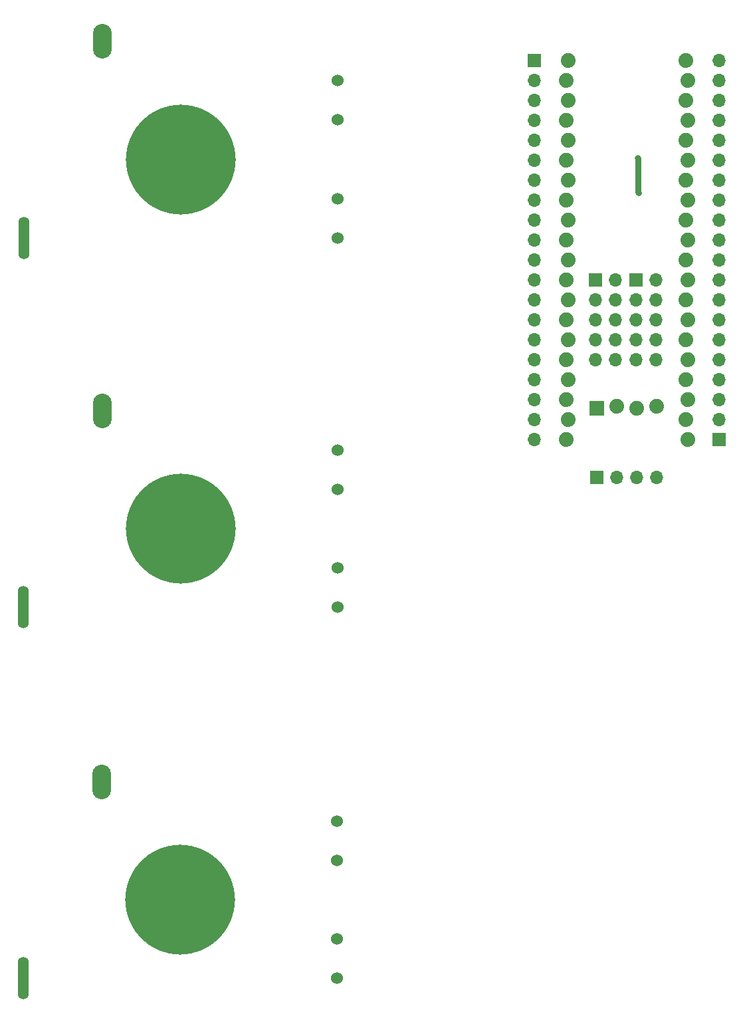
<source format=gbr>
%TF.GenerationSoftware,KiCad,Pcbnew,(6.0.4-0)*%
%TF.CreationDate,2022-06-27T16:54:40+01:00*%
%TF.ProjectId,isoBig,69736f42-6967-42e6-9b69-6361645f7063,rev?*%
%TF.SameCoordinates,Original*%
%TF.FileFunction,Copper,L2,Bot*%
%TF.FilePolarity,Positive*%
%FSLAX46Y46*%
G04 Gerber Fmt 4.6, Leading zero omitted, Abs format (unit mm)*
G04 Created by KiCad (PCBNEW (6.0.4-0)) date 2022-06-27 16:54:40*
%MOMM*%
%LPD*%
G01*
G04 APERTURE LIST*
%TA.AperFunction,ComponentPad*%
%ADD10C,1.879600*%
%TD*%
%TA.AperFunction,ComponentPad*%
%ADD11R,1.879600X1.879600*%
%TD*%
%TA.AperFunction,ComponentPad*%
%ADD12R,1.700000X1.700000*%
%TD*%
%TA.AperFunction,ComponentPad*%
%ADD13O,1.700000X1.700000*%
%TD*%
%TA.AperFunction,ComponentPad*%
%ADD14C,14.000000*%
%TD*%
%TA.AperFunction,ComponentPad*%
%ADD15O,2.400000X4.400000*%
%TD*%
%TA.AperFunction,ComponentPad*%
%ADD16O,1.400000X5.400000*%
%TD*%
%TA.AperFunction,ComponentPad*%
%ADD17C,1.524000*%
%TD*%
%TA.AperFunction,ViaPad*%
%ADD18C,0.800000*%
%TD*%
%TA.AperFunction,Conductor*%
%ADD19C,0.750000*%
%TD*%
G04 APERTURE END LIST*
D10*
%TO.P, ,1,PB12*%
%TO.N,1*%
X128532000Y-44000000D03*
%TO.P, ,2,PB13*%
%TO.N,2*%
X128278000Y-46540000D03*
%TO.P, ,3,PB14*%
%TO.N,3*%
X128532000Y-49080000D03*
%TO.P, ,4,PB15*%
%TO.N,4*%
X128278000Y-51620000D03*
%TO.P, ,5,PA8*%
%TO.N,5*%
X128532000Y-54160000D03*
%TO.P, ,6,PA9*%
%TO.N,6*%
X128278000Y-56700000D03*
%TO.P, ,7,PA10*%
%TO.N,7*%
X128532000Y-59240000D03*
%TO.P, ,8,PA11*%
%TO.N,8*%
X128278000Y-61780000D03*
%TO.P, ,9,PA12*%
%TO.N,9*%
X128532000Y-64320000D03*
%TO.P, ,10,PA15*%
%TO.N,10*%
X128278000Y-66860000D03*
%TO.P, ,11,PB3*%
%TO.N,11*%
X128532000Y-69400000D03*
%TO.P, ,12,PB4*%
%TO.N,12*%
X128278000Y-71940000D03*
%TO.P, ,13,PB5*%
%TO.N,13*%
X128532000Y-74480000D03*
%TO.P, ,14,PB6*%
%TO.N,14*%
X128278000Y-77020000D03*
%TO.P, ,15,PB7*%
%TO.N,15*%
X128532000Y-79560000D03*
%TO.P, ,16,PB8*%
%TO.N,16*%
X128278000Y-82100000D03*
%TO.P, ,17,PB9*%
%TO.N,17*%
X128532000Y-84640000D03*
%TO.P, ,18,5V*%
%TO.N,18*%
X128278000Y-87180000D03*
%TO.P, ,19,GND*%
%TO.N,19*%
X128532000Y-89720000D03*
%TO.P, ,20,3V3*%
%TO.N,20*%
X128278000Y-92260000D03*
%TO.P, ,21,VBAT*%
%TO.N,21*%
X143772000Y-92260000D03*
%TO.P, ,22,PC13*%
%TO.N,22*%
X143518000Y-89720000D03*
%TO.P, ,23,PC14*%
%TO.N,23*%
X143772000Y-87180000D03*
%TO.P, ,24,PC15*%
%TO.N,24*%
X143518000Y-84640000D03*
%TO.P, ,25,~{RESET}*%
%TO.N,25*%
X143772000Y-82100000D03*
%TO.P, ,26,PA0*%
%TO.N,26*%
X143518000Y-79560000D03*
%TO.P, ,27,PA1*%
%TO.N,27*%
X143772000Y-77020000D03*
%TO.P, ,28,PA2*%
%TO.N,28*%
X143518000Y-74480000D03*
%TO.P, ,29,PA3*%
%TO.N,29*%
X143772000Y-71940000D03*
%TO.P, ,30,PA4*%
%TO.N,30*%
X143518000Y-69400000D03*
%TO.P, ,31,PA5*%
%TO.N,31*%
X143772000Y-66860000D03*
%TO.P, ,32,PA6*%
%TO.N,32*%
X143518000Y-64320000D03*
%TO.P, ,33,PA7*%
%TO.N,33*%
X143772000Y-61780000D03*
%TO.P, ,34,PB0*%
%TO.N,34*%
X143518000Y-59240000D03*
%TO.P, ,35,PB1*%
%TO.N,35*%
X143772000Y-56700000D03*
%TO.P, ,36,PB2*%
%TO.N,36*%
X143518000Y-54160000D03*
%TO.P, ,37,PB10*%
%TO.N,37*%
X143772000Y-51620000D03*
%TO.P, ,38,3V3*%
%TO.N,38*%
X143518000Y-49080000D03*
%TO.P, ,39,GND*%
%TO.N,39*%
X143772000Y-46540000D03*
%TO.P, ,40,5V*%
%TO.N,40*%
X143518000Y-44000000D03*
D11*
%TO.P, ,41,3.3V*%
%TO.N,41*%
X132215000Y-88277000D03*
D10*
%TO.P, ,42,SWDIO*%
%TO.N,42*%
X134755000Y-88023000D03*
%TO.P, ,43,SWSCK*%
%TO.N,43*%
X137295000Y-88277000D03*
%TO.P, ,44,GND*%
%TO.N,44*%
X139835000Y-88023000D03*
%TD*%
D12*
%TO.P,J1,1,Pin_1*%
%TO.N,21*%
X147775000Y-92250000D03*
D13*
%TO.P,J1,2,Pin_2*%
%TO.N,22*%
X147775000Y-89710000D03*
%TO.P,J1,3,Pin_3*%
%TO.N,23*%
X147775000Y-87170000D03*
%TO.P,J1,4,Pin_4*%
%TO.N,24*%
X147775000Y-84630000D03*
%TO.P,J1,5,Pin_5*%
%TO.N,25*%
X147775000Y-82090000D03*
%TO.P,J1,6,Pin_6*%
%TO.N,26*%
X147775000Y-79550000D03*
%TO.P,J1,7,Pin_7*%
%TO.N,27*%
X147775000Y-77010000D03*
%TO.P,J1,8,Pin_8*%
%TO.N,28*%
X147775000Y-74470000D03*
%TO.P,J1,9,Pin_9*%
%TO.N,29*%
X147775000Y-71930000D03*
%TO.P,J1,10,Pin_10*%
%TO.N,30*%
X147775000Y-69390000D03*
%TO.P,J1,11,Pin_11*%
%TO.N,31*%
X147775000Y-66850000D03*
%TO.P,J1,12,Pin_12*%
%TO.N,32*%
X147775000Y-64310000D03*
%TO.P,J1,13,Pin_13*%
%TO.N,33*%
X147775000Y-61770000D03*
%TO.P,J1,14,Pin_14*%
%TO.N,34*%
X147775000Y-59230000D03*
%TO.P,J1,15,Pin_15*%
%TO.N,35*%
X147775000Y-56690000D03*
%TO.P,J1,16,Pin_16*%
%TO.N,36*%
X147775000Y-54150000D03*
%TO.P,J1,17,Pin_17*%
%TO.N,37*%
X147775000Y-51610000D03*
%TO.P,J1,18,Pin_18*%
%TO.N,38*%
X147775000Y-49070000D03*
%TO.P,J1,19,Pin_19*%
%TO.N,39*%
X147775000Y-46530000D03*
%TO.P,J1,20,Pin_20*%
%TO.N,40*%
X147775000Y-43990000D03*
%TD*%
D12*
%TO.P,J3,1,Pin_1*%
%TO.N,1*%
X124225000Y-44000000D03*
D13*
%TO.P,J3,2,Pin_2*%
%TO.N,2*%
X124225000Y-46540000D03*
%TO.P,J3,3,Pin_3*%
%TO.N,3*%
X124225000Y-49080000D03*
%TO.P,J3,4,Pin_4*%
%TO.N,4*%
X124225000Y-51620000D03*
%TO.P,J3,5,Pin_5*%
%TO.N,5*%
X124225000Y-54160000D03*
%TO.P,J3,6,Pin_6*%
%TO.N,6*%
X124225000Y-56700000D03*
%TO.P,J3,7,Pin_7*%
%TO.N,7*%
X124225000Y-59240000D03*
%TO.P,J3,8,Pin_8*%
%TO.N,8*%
X124225000Y-61780000D03*
%TO.P,J3,9,Pin_9*%
%TO.N,9*%
X124225000Y-64320000D03*
%TO.P,J3,10,Pin_10*%
%TO.N,10*%
X124225000Y-66860000D03*
%TO.P,J3,11,Pin_11*%
%TO.N,11*%
X124225000Y-69400000D03*
%TO.P,J3,12,Pin_12*%
%TO.N,12*%
X124225000Y-71940000D03*
%TO.P,J3,13,Pin_13*%
%TO.N,13*%
X124225000Y-74480000D03*
%TO.P,J3,14,Pin_14*%
%TO.N,14*%
X124225000Y-77020000D03*
%TO.P,J3,15,Pin_15*%
%TO.N,15*%
X124225000Y-79560000D03*
%TO.P,J3,16,Pin_16*%
%TO.N,16*%
X124225000Y-82100000D03*
%TO.P,J3,17,Pin_17*%
%TO.N,17*%
X124225000Y-84640000D03*
%TO.P,J3,18,Pin_18*%
%TO.N,18*%
X124225000Y-87180000D03*
%TO.P,J3,19,Pin_19*%
%TO.N,19*%
X124225000Y-89720000D03*
%TO.P,J3,20,Pin_20*%
%TO.N,20*%
X124225000Y-92260000D03*
%TD*%
D12*
%TO.P,J2,1,Pin_1*%
%TO.N,41*%
X132210000Y-97100000D03*
D13*
%TO.P,J2,2,Pin_2*%
%TO.N,42*%
X134750000Y-97100000D03*
%TO.P,J2,3,Pin_3*%
%TO.N,43*%
X137290000Y-97100000D03*
%TO.P,J2,4,Pin_4*%
%TO.N,44*%
X139830000Y-97100000D03*
%TD*%
D12*
%TO.P,  ,1*%
%TO.N,N/C*%
X137200000Y-71950000D03*
D13*
%TO.P,  ,2*%
X139740000Y-71950000D03*
%TO.P,  ,3*%
X137200000Y-74490000D03*
%TO.P,  ,4*%
X139740000Y-74490000D03*
%TO.P,  ,5*%
X137200000Y-77030000D03*
%TO.P,  ,6*%
X139740000Y-77030000D03*
%TO.P,  ,7*%
X137200000Y-79570000D03*
%TO.P,  ,8*%
X139740000Y-79570000D03*
%TO.P,  ,9*%
X137200000Y-82110000D03*
%TO.P,  ,10*%
X139740000Y-82110000D03*
%TD*%
D12*
%TO.P, ,1*%
%TO.N,N/C*%
X132050000Y-71950000D03*
D13*
%TO.P, ,2*%
X134590000Y-71950000D03*
%TO.P, ,3*%
X132050000Y-74490000D03*
%TO.P, ,4*%
X134590000Y-74490000D03*
%TO.P, ,5*%
X132050000Y-77030000D03*
%TO.P, ,6*%
X134590000Y-77030000D03*
%TO.P, ,7*%
X132050000Y-79570000D03*
%TO.P, ,8*%
X134590000Y-79570000D03*
%TO.P, ,9*%
X132050000Y-82110000D03*
%TO.P, ,10*%
X134590000Y-82110000D03*
%TD*%
D14*
%TO.P, ,*%
%TO.N,*%
X79175000Y-103650000D03*
D15*
%TO.P, ,1,1*%
%TO.N,Net-(JP2-Pad1)*%
X69175000Y-88650000D03*
D16*
%TO.P, ,2,2*%
%TO.N,Net-(SW3-Pad2)*%
X59175000Y-113650000D03*
D17*
%TO.P, ,4*%
%TO.N,N/C*%
X99175000Y-113650000D03*
%TO.P, ,5*%
X99175000Y-108650000D03*
%TO.P, ,6*%
X99175000Y-98650000D03*
%TO.P, ,7*%
X99175000Y-93650000D03*
%TD*%
D14*
%TO.P, ,*%
%TO.N,*%
X79200000Y-56600000D03*
D15*
%TO.P, ,1,1*%
%TO.N,Net-(JP2-Pad1)*%
X69200000Y-41600000D03*
D16*
%TO.P, ,2,2*%
%TO.N,Net-(SW3-Pad2)*%
X59200000Y-66600000D03*
D17*
%TO.P, ,4*%
%TO.N,N/C*%
X99200000Y-66600000D03*
%TO.P, ,5*%
X99200000Y-61600000D03*
%TO.P, ,6*%
X99200000Y-51600000D03*
%TO.P, ,7*%
X99200000Y-46600000D03*
%TD*%
D14*
%TO.P, ,*%
%TO.N,*%
X79125000Y-150900000D03*
D15*
%TO.P, ,1,1*%
%TO.N,unconnected-(SW1-Pad1)*%
X69125000Y-135900000D03*
D16*
%TO.P, ,2,2*%
%TO.N,unconnected-(SW1-Pad2)*%
X59125000Y-160900000D03*
D17*
%TO.P, ,4*%
%TO.N,N/C*%
X99125000Y-160900000D03*
%TO.P, ,5*%
X99125000Y-155900000D03*
%TO.P, ,6*%
X99125000Y-145900000D03*
%TO.P, ,7*%
X99125000Y-140900000D03*
%TD*%
D18*
%TO.N,Net-(SW3-Pad2)*%
X137425000Y-56500000D03*
X137550000Y-60875000D03*
%TD*%
D19*
%TO.N,Net-(SW3-Pad2)*%
X137425000Y-56500000D02*
X137425000Y-60750000D01*
X137425000Y-60750000D02*
X137550000Y-60875000D01*
%TD*%
M02*

</source>
